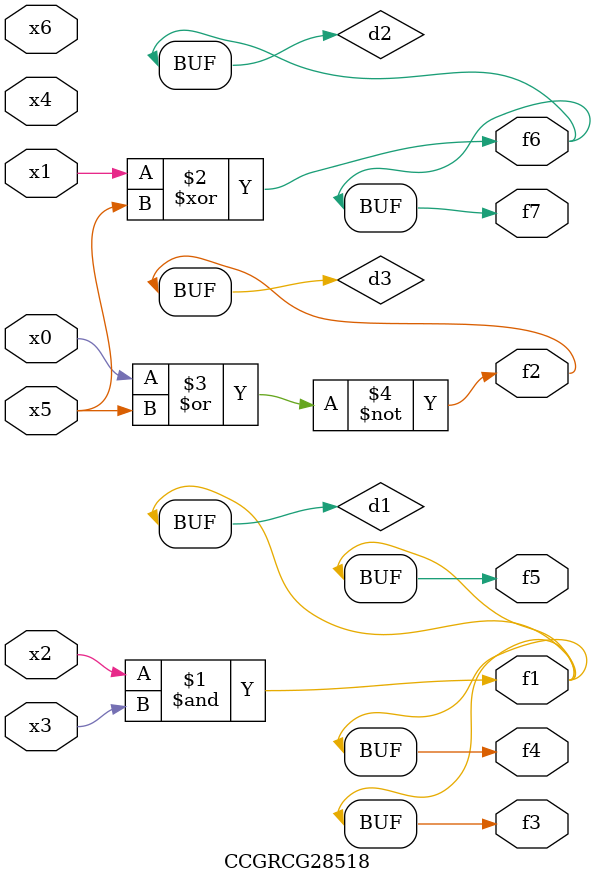
<source format=v>
module CCGRCG28518(
	input x0, x1, x2, x3, x4, x5, x6,
	output f1, f2, f3, f4, f5, f6, f7
);

	wire d1, d2, d3;

	and (d1, x2, x3);
	xor (d2, x1, x5);
	nor (d3, x0, x5);
	assign f1 = d1;
	assign f2 = d3;
	assign f3 = d1;
	assign f4 = d1;
	assign f5 = d1;
	assign f6 = d2;
	assign f7 = d2;
endmodule

</source>
